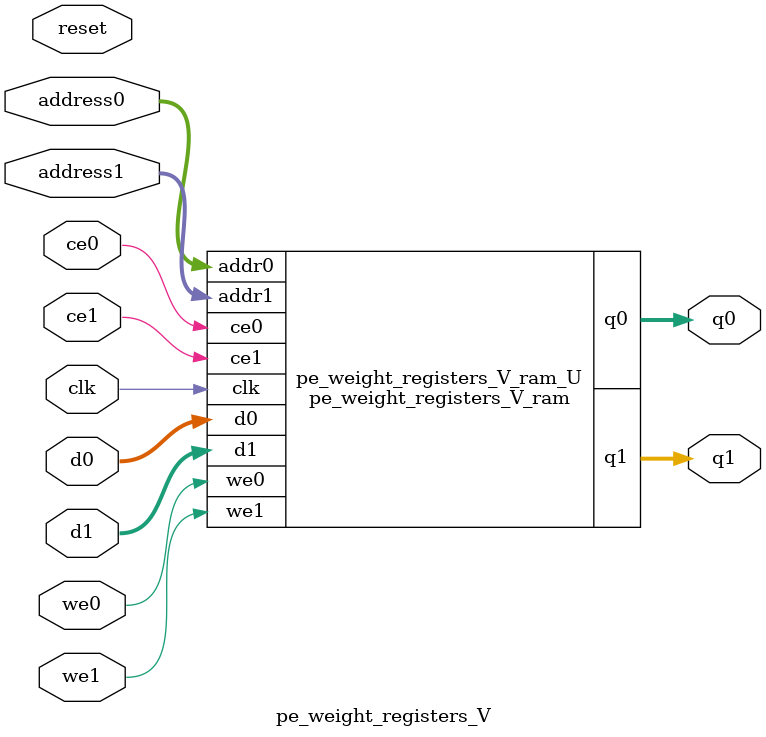
<source format=v>
`timescale 1 ns / 1 ps
module pe_weight_registers_V_ram (addr0, ce0, d0, we0, q0, addr1, ce1, d1, we1, q1,  clk);

parameter DWIDTH = 8;
parameter AWIDTH = 4;
parameter MEM_SIZE = 9;

input[AWIDTH-1:0] addr0;
input ce0;
input[DWIDTH-1:0] d0;
input we0;
output reg[DWIDTH-1:0] q0;
input[AWIDTH-1:0] addr1;
input ce1;
input[DWIDTH-1:0] d1;
input we1;
output reg[DWIDTH-1:0] q1;
input clk;

(* ram_style = "block" *)reg [DWIDTH-1:0] ram[0:MEM_SIZE-1];




always @(posedge clk)  
begin 
    if (ce0) begin
        if (we0) 
            ram[addr0] <= d0; 
        q0 <= ram[addr0];
    end
end


always @(posedge clk)  
begin 
    if (ce1) begin
        if (we1) 
            ram[addr1] <= d1; 
        q1 <= ram[addr1];
    end
end


endmodule

`timescale 1 ns / 1 ps
module pe_weight_registers_V(
    reset,
    clk,
    address0,
    ce0,
    we0,
    d0,
    q0,
    address1,
    ce1,
    we1,
    d1,
    q1);

parameter DataWidth = 32'd8;
parameter AddressRange = 32'd9;
parameter AddressWidth = 32'd4;
input reset;
input clk;
input[AddressWidth - 1:0] address0;
input ce0;
input we0;
input[DataWidth - 1:0] d0;
output[DataWidth - 1:0] q0;
input[AddressWidth - 1:0] address1;
input ce1;
input we1;
input[DataWidth - 1:0] d1;
output[DataWidth - 1:0] q1;



pe_weight_registers_V_ram pe_weight_registers_V_ram_U(
    .clk( clk ),
    .addr0( address0 ),
    .ce0( ce0 ),
    .we0( we0 ),
    .d0( d0 ),
    .q0( q0 ),
    .addr1( address1 ),
    .ce1( ce1 ),
    .we1( we1 ),
    .d1( d1 ),
    .q1( q1 ));

endmodule


</source>
